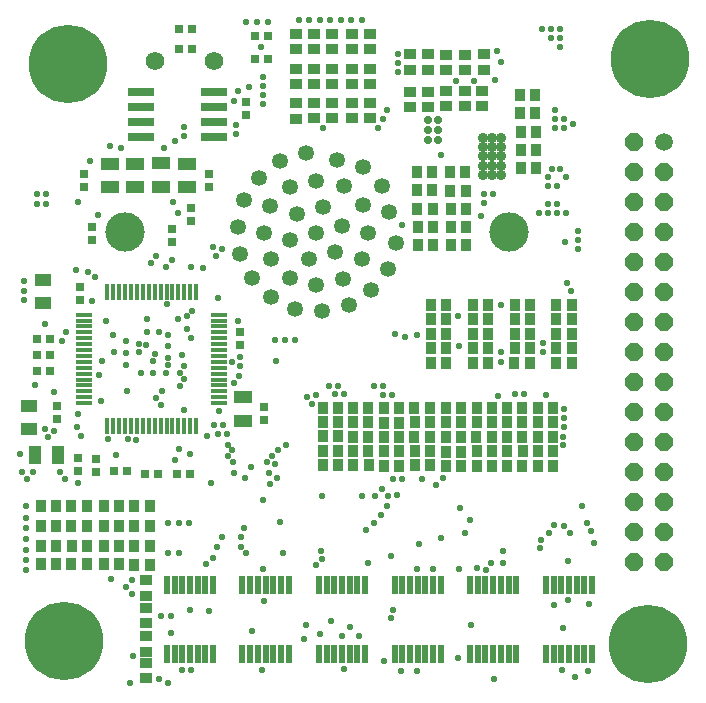
<source format=gbs>
G75*
%MOIN*%
%OFA0B0*%
%FSLAX25Y25*%
%IPPOS*%
%LPD*%
%AMOC8*
5,1,8,0,0,1.08239X$1,22.5*
%
%ADD10R,0.03256X0.04043*%
%ADD11R,0.04043X0.03256*%
%ADD12R,0.04437X0.06012*%
%ADD13R,0.06012X0.04437*%
%ADD14R,0.03059X0.02665*%
%ADD15R,0.02665X0.03059*%
%ADD16R,0.05224X0.04437*%
%ADD17C,0.06209*%
%ADD18R,0.01900X0.06300*%
%ADD19R,0.01681X0.05224*%
%ADD20R,0.05224X0.01681*%
%ADD21R,0.08500X0.03100*%
%ADD22C,0.03500*%
%ADD23C,0.05300*%
%ADD24C,0.13098*%
%ADD25C,0.05900*%
%ADD26OC8,0.05900*%
%ADD27C,0.02300*%
%ADD28C,0.02800*%
%ADD29C,0.26153*%
D10*
X0037513Y0052605D03*
X0042631Y0052605D03*
X0047714Y0052717D03*
X0052832Y0052717D03*
X0058453Y0052680D03*
X0063571Y0052680D03*
X0068657Y0052490D03*
X0073775Y0052490D03*
X0073847Y0058571D03*
X0068729Y0058571D03*
X0063639Y0058750D03*
X0058521Y0058750D03*
X0052911Y0058771D03*
X0047793Y0058771D03*
X0042643Y0058699D03*
X0037525Y0058699D03*
X0037510Y0065331D03*
X0042629Y0065331D03*
X0047688Y0065348D03*
X0052806Y0065348D03*
X0058423Y0065352D03*
X0063541Y0065352D03*
X0068737Y0065273D03*
X0073855Y0065273D03*
X0073837Y0071939D03*
X0068719Y0071939D03*
X0063587Y0071985D03*
X0058469Y0071985D03*
X0052857Y0071984D03*
X0047739Y0071984D03*
X0042626Y0071971D03*
X0037508Y0071971D03*
X0131544Y0085547D03*
X0131565Y0090395D03*
X0131571Y0095198D03*
X0131602Y0099966D03*
X0131615Y0104745D03*
X0136733Y0104745D03*
X0136720Y0099966D03*
X0136689Y0095198D03*
X0136683Y0090395D03*
X0136662Y0085547D03*
X0141675Y0085605D03*
X0141597Y0090344D03*
X0146715Y0090344D03*
X0146793Y0085605D03*
X0151866Y0085483D03*
X0151877Y0090249D03*
X0151858Y0095055D03*
X0151879Y0099819D03*
X0151865Y0104665D03*
X0156983Y0104665D03*
X0156997Y0099819D03*
X0156976Y0095055D03*
X0156996Y0090249D03*
X0156984Y0085483D03*
X0162109Y0085546D03*
X0162137Y0090304D03*
X0162080Y0095105D03*
X0162089Y0099887D03*
X0162081Y0104715D03*
X0167199Y0104715D03*
X0167207Y0099887D03*
X0167198Y0095105D03*
X0167255Y0090304D03*
X0167227Y0085546D03*
X0172581Y0085245D03*
X0172593Y0090170D03*
X0172472Y0095101D03*
X0172510Y0099905D03*
X0172491Y0104747D03*
X0177610Y0104747D03*
X0177628Y0099905D03*
X0177590Y0095101D03*
X0177711Y0090170D03*
X0177699Y0085245D03*
X0182779Y0085308D03*
X0182814Y0090223D03*
X0182742Y0095123D03*
X0182782Y0099943D03*
X0182797Y0104819D03*
X0187915Y0104819D03*
X0187900Y0099943D03*
X0187860Y0095123D03*
X0187932Y0090223D03*
X0187897Y0085308D03*
X0192938Y0085286D03*
X0192994Y0090202D03*
X0192946Y0095111D03*
X0192949Y0099933D03*
X0192934Y0104815D03*
X0198052Y0104815D03*
X0198067Y0099933D03*
X0198064Y0095111D03*
X0198112Y0090202D03*
X0198057Y0085286D03*
X0203159Y0085294D03*
X0203153Y0090298D03*
X0203107Y0095134D03*
X0203131Y0099942D03*
X0203140Y0104831D03*
X0208259Y0104831D03*
X0208250Y0099942D03*
X0208225Y0095134D03*
X0208271Y0090298D03*
X0208277Y0085294D03*
X0209315Y0119775D03*
X0209405Y0124623D03*
X0209418Y0129443D03*
X0209361Y0134270D03*
X0209372Y0139005D03*
X0214490Y0139005D03*
X0214479Y0134270D03*
X0214536Y0129443D03*
X0214523Y0124623D03*
X0214433Y0119775D03*
X0200516Y0119778D03*
X0200575Y0124616D03*
X0200590Y0129448D03*
X0200563Y0134247D03*
X0200553Y0139006D03*
X0195435Y0139006D03*
X0195445Y0134247D03*
X0195472Y0129448D03*
X0195456Y0124616D03*
X0195398Y0119778D03*
X0186581Y0119785D03*
X0186608Y0124632D03*
X0186617Y0129441D03*
X0186618Y0134247D03*
X0186616Y0139006D03*
X0181498Y0139006D03*
X0181500Y0134247D03*
X0181499Y0129441D03*
X0181489Y0124632D03*
X0181463Y0119785D03*
X0172611Y0119834D03*
X0172601Y0124634D03*
X0172610Y0129460D03*
X0172613Y0134271D03*
X0172617Y0138988D03*
X0167499Y0138988D03*
X0167495Y0134271D03*
X0167492Y0129460D03*
X0167482Y0124634D03*
X0167493Y0119834D03*
X0146707Y0104700D03*
X0141589Y0104700D03*
X0141607Y0099940D03*
X0146725Y0099940D03*
X0146710Y0095168D03*
X0141592Y0095168D03*
X0163122Y0159113D03*
X0168241Y0159113D03*
X0174219Y0159024D03*
X0179337Y0159024D03*
X0179345Y0164956D03*
X0174226Y0164956D03*
X0168229Y0165130D03*
X0163111Y0165130D03*
X0163048Y0171191D03*
X0168166Y0171191D03*
X0174164Y0171016D03*
X0179282Y0171016D03*
X0179096Y0177096D03*
X0173978Y0177096D03*
X0167989Y0177254D03*
X0162871Y0177254D03*
X0162776Y0183285D03*
X0167894Y0183285D03*
X0173869Y0183199D03*
X0178987Y0183199D03*
X0197520Y0184850D03*
X0202638Y0184850D03*
X0202626Y0190808D03*
X0197508Y0190808D03*
X0197424Y0196853D03*
X0202542Y0196853D03*
X0202354Y0202919D03*
X0197236Y0202919D03*
X0197146Y0208982D03*
X0202265Y0208982D03*
D11*
X0184743Y0210400D03*
X0184743Y0205282D03*
X0178773Y0205267D03*
X0178773Y0210385D03*
X0172725Y0210333D03*
X0172725Y0205215D03*
X0166675Y0205069D03*
X0166675Y0210188D03*
X0160616Y0210082D03*
X0160616Y0204964D03*
X0160477Y0217438D03*
X0160477Y0222556D03*
X0166523Y0222551D03*
X0166523Y0217433D03*
X0172679Y0217376D03*
X0172679Y0222494D03*
X0179016Y0222394D03*
X0179016Y0217276D03*
X0185094Y0217420D03*
X0185094Y0222538D03*
X0147239Y0224352D03*
X0147239Y0229470D03*
X0141191Y0229468D03*
X0141191Y0224350D03*
X0134710Y0224394D03*
X0134710Y0229512D03*
X0128625Y0229514D03*
X0128625Y0224396D03*
X0122551Y0224401D03*
X0122551Y0229519D03*
X0122552Y0217813D03*
X0122552Y0212695D03*
X0122719Y0206281D03*
X0122719Y0201163D03*
X0128630Y0201280D03*
X0128630Y0206398D03*
X0134679Y0206435D03*
X0134679Y0201317D03*
X0141172Y0201340D03*
X0141172Y0206459D03*
X0141165Y0212617D03*
X0141165Y0217735D03*
X0134688Y0217773D03*
X0134688Y0212655D03*
X0128597Y0212675D03*
X0128597Y0217793D03*
X0147240Y0217738D03*
X0147240Y0212620D03*
X0147282Y0206510D03*
X0147282Y0201392D03*
X0072538Y0047217D03*
X0072538Y0042099D03*
X0072455Y0038183D03*
X0072455Y0033065D03*
X0072458Y0028643D03*
X0072458Y0023525D03*
X0072489Y0019670D03*
X0072489Y0014552D03*
D12*
X0043352Y0088876D03*
X0035478Y0088876D03*
D13*
X0104857Y0100370D03*
X0104857Y0108244D03*
X0086141Y0178289D03*
X0086141Y0186164D03*
X0077549Y0186197D03*
X0077549Y0178323D03*
X0068887Y0178260D03*
X0068887Y0186134D03*
X0060620Y0186100D03*
X0060620Y0178226D03*
D14*
X0051812Y0178212D03*
X0051812Y0182543D03*
X0054568Y0164934D03*
X0054568Y0160603D03*
X0050542Y0145073D03*
X0050542Y0140742D03*
X0081390Y0159995D03*
X0081390Y0164326D03*
X0087559Y0167137D03*
X0087559Y0171467D03*
X0093513Y0178277D03*
X0093513Y0182608D03*
X0105788Y0202481D03*
X0105788Y0206811D03*
X0104060Y0129899D03*
X0104060Y0125569D03*
X0111947Y0105072D03*
X0111947Y0100742D03*
X0055838Y0087833D03*
X0055838Y0083502D03*
X0049869Y0083657D03*
X0049869Y0087987D03*
X0043012Y0101017D03*
X0043012Y0105347D03*
D15*
X0040655Y0117134D03*
X0036324Y0117134D03*
X0036332Y0122302D03*
X0040663Y0122302D03*
X0040676Y0127599D03*
X0036345Y0127599D03*
X0062026Y0083582D03*
X0066357Y0083582D03*
X0072093Y0082768D03*
X0076424Y0082768D03*
X0083059Y0082785D03*
X0087389Y0082785D03*
X0108988Y0221192D03*
X0113319Y0221192D03*
X0113351Y0228753D03*
X0109020Y0228753D03*
X0088058Y0230950D03*
X0083727Y0230950D03*
X0083721Y0224441D03*
X0088052Y0224441D03*
D16*
X0038376Y0147212D03*
X0038376Y0139732D03*
X0033584Y0105298D03*
X0033584Y0097817D03*
D17*
X0075501Y0220520D03*
X0095186Y0220520D03*
D18*
X0094927Y0045819D03*
X0092327Y0045819D03*
X0089827Y0045819D03*
X0087227Y0045819D03*
X0084627Y0045819D03*
X0082127Y0045819D03*
X0079527Y0045819D03*
X0079527Y0022819D03*
X0082127Y0022819D03*
X0084627Y0022819D03*
X0087227Y0022819D03*
X0089827Y0022819D03*
X0092327Y0022819D03*
X0094927Y0022819D03*
X0104748Y0022810D03*
X0107348Y0022810D03*
X0109848Y0022810D03*
X0112448Y0022810D03*
X0115048Y0022810D03*
X0117548Y0022810D03*
X0120148Y0022810D03*
X0130247Y0022786D03*
X0132847Y0022786D03*
X0135347Y0022786D03*
X0137947Y0022786D03*
X0140547Y0022786D03*
X0143047Y0022786D03*
X0145647Y0022786D03*
X0155420Y0022809D03*
X0158020Y0022809D03*
X0160520Y0022809D03*
X0163120Y0022809D03*
X0165720Y0022809D03*
X0168220Y0022809D03*
X0170820Y0022809D03*
X0180648Y0022775D03*
X0183248Y0022775D03*
X0185748Y0022775D03*
X0188348Y0022775D03*
X0190948Y0022775D03*
X0193448Y0022775D03*
X0196048Y0022775D03*
X0205855Y0022812D03*
X0208455Y0022812D03*
X0210955Y0022812D03*
X0213555Y0022812D03*
X0216155Y0022812D03*
X0218655Y0022812D03*
X0221255Y0022812D03*
X0221255Y0045812D03*
X0218655Y0045812D03*
X0216155Y0045812D03*
X0213555Y0045812D03*
X0210955Y0045812D03*
X0208455Y0045812D03*
X0205855Y0045812D03*
X0196048Y0045775D03*
X0193448Y0045775D03*
X0190948Y0045775D03*
X0188348Y0045775D03*
X0185748Y0045775D03*
X0183248Y0045775D03*
X0180648Y0045775D03*
X0170820Y0045809D03*
X0168220Y0045809D03*
X0165720Y0045809D03*
X0163120Y0045809D03*
X0160520Y0045809D03*
X0158020Y0045809D03*
X0155420Y0045809D03*
X0145647Y0045786D03*
X0143047Y0045786D03*
X0140547Y0045786D03*
X0137947Y0045786D03*
X0135347Y0045786D03*
X0132847Y0045786D03*
X0130247Y0045786D03*
X0120148Y0045810D03*
X0117548Y0045810D03*
X0115048Y0045810D03*
X0112448Y0045810D03*
X0109848Y0045810D03*
X0107348Y0045810D03*
X0104748Y0045810D03*
D19*
X0089270Y0098619D03*
X0087301Y0098619D03*
X0085333Y0098619D03*
X0083364Y0098619D03*
X0081396Y0098619D03*
X0079427Y0098619D03*
X0077459Y0098619D03*
X0075490Y0098619D03*
X0073522Y0098619D03*
X0071553Y0098619D03*
X0069585Y0098619D03*
X0067616Y0098619D03*
X0065648Y0098619D03*
X0063679Y0098619D03*
X0061711Y0098619D03*
X0059742Y0098619D03*
X0059742Y0143501D03*
X0061711Y0143501D03*
X0063679Y0143501D03*
X0065648Y0143501D03*
X0067616Y0143501D03*
X0069585Y0143501D03*
X0071553Y0143501D03*
X0073522Y0143501D03*
X0075490Y0143501D03*
X0077459Y0143501D03*
X0079427Y0143501D03*
X0081396Y0143501D03*
X0083364Y0143501D03*
X0085333Y0143501D03*
X0087301Y0143501D03*
X0089270Y0143501D03*
D20*
X0096947Y0135824D03*
X0096947Y0133855D03*
X0096947Y0131887D03*
X0096947Y0129918D03*
X0096947Y0127950D03*
X0096947Y0125981D03*
X0096947Y0124013D03*
X0096947Y0122044D03*
X0096947Y0120076D03*
X0096947Y0118107D03*
X0096947Y0116138D03*
X0096947Y0114170D03*
X0096947Y0112201D03*
X0096947Y0110233D03*
X0096947Y0108264D03*
X0096947Y0106296D03*
X0052065Y0106296D03*
X0052065Y0108264D03*
X0052065Y0110233D03*
X0052065Y0112201D03*
X0052065Y0114170D03*
X0052065Y0116138D03*
X0052065Y0118107D03*
X0052065Y0120076D03*
X0052065Y0122044D03*
X0052065Y0124013D03*
X0052065Y0125981D03*
X0052065Y0127950D03*
X0052065Y0129918D03*
X0052065Y0131887D03*
X0052065Y0133855D03*
X0052065Y0135824D03*
D21*
X0070997Y0194909D03*
X0070997Y0199909D03*
X0070997Y0204909D03*
X0070997Y0209909D03*
X0095197Y0209909D03*
X0095197Y0204909D03*
X0095197Y0199909D03*
X0095197Y0194909D03*
D22*
X0184817Y0194822D03*
X0187917Y0194822D03*
X0191017Y0194822D03*
X0191017Y0191722D03*
X0191017Y0188622D03*
X0191017Y0185522D03*
X0191017Y0182422D03*
X0187917Y0182422D03*
X0187917Y0185522D03*
X0187917Y0188622D03*
X0187917Y0191722D03*
X0184817Y0191722D03*
X0184817Y0188622D03*
X0184817Y0185522D03*
X0184817Y0182422D03*
D23*
X0155853Y0159791D03*
X0153236Y0151094D03*
X0147721Y0143881D03*
X0140155Y0139002D03*
X0131387Y0136881D03*
X0129336Y0145720D03*
X0127003Y0154417D03*
X0120639Y0148053D03*
X0114275Y0141689D03*
X0107911Y0148053D03*
X0114275Y0154417D03*
X0120639Y0160781D03*
X0129336Y0163115D03*
X0122972Y0169479D03*
X0120427Y0178247D03*
X0114063Y0171883D03*
X0111941Y0163115D03*
X0103102Y0165165D03*
X0104022Y0156185D03*
X0105224Y0173933D03*
X0110103Y0181500D03*
X0117315Y0187015D03*
X0126013Y0189631D03*
X0129336Y0180510D03*
X0131670Y0171812D03*
X0138599Y0178742D03*
X0144963Y0185106D03*
X0151327Y0178742D03*
X0144963Y0172378D03*
X0153661Y0170044D03*
X0146731Y0163115D03*
X0138033Y0165448D03*
X0135700Y0156751D03*
X0138104Y0147841D03*
X0144468Y0154205D03*
X0122406Y0137800D03*
X0136266Y0187439D03*
D24*
X0193612Y0163398D03*
X0065626Y0163398D03*
D25*
X0245377Y0193489D03*
D26*
X0245377Y0183489D03*
X0245377Y0173489D03*
X0245377Y0163489D03*
X0245377Y0153489D03*
X0245377Y0143489D03*
X0245377Y0133489D03*
X0245377Y0123489D03*
X0245377Y0113489D03*
X0245377Y0103489D03*
X0245377Y0093489D03*
X0245377Y0083489D03*
X0245377Y0073489D03*
X0245377Y0063489D03*
X0245377Y0053489D03*
X0235377Y0053489D03*
X0235377Y0063489D03*
X0235377Y0073489D03*
X0235377Y0083489D03*
X0235377Y0093489D03*
X0235377Y0103489D03*
X0235377Y0113489D03*
X0235377Y0123489D03*
X0235377Y0133489D03*
X0235377Y0143489D03*
X0235377Y0153489D03*
X0235377Y0163489D03*
X0235377Y0173489D03*
X0235377Y0183489D03*
X0235377Y0193489D03*
D27*
X0214977Y0199389D03*
X0211977Y0197889D03*
X0208977Y0197889D03*
X0208977Y0200889D03*
X0211977Y0200889D03*
X0208977Y0203889D03*
X0207877Y0184289D03*
X0210577Y0184289D03*
X0212477Y0181689D03*
X0209477Y0178689D03*
X0206477Y0178689D03*
X0206477Y0181689D03*
X0206477Y0172689D03*
X0206477Y0169689D03*
X0203477Y0169689D03*
X0209477Y0169689D03*
X0209477Y0172689D03*
X0212477Y0169689D03*
X0216677Y0163689D03*
X0216677Y0160689D03*
X0216677Y0157689D03*
X0212177Y0160089D03*
X0212877Y0146289D03*
X0214377Y0143789D03*
X0204977Y0126389D03*
X0204977Y0123389D03*
X0190977Y0123289D03*
X0190977Y0119889D03*
X0189981Y0108777D03*
X0195703Y0109283D03*
X0198588Y0109227D03*
X0205969Y0109181D03*
X0211877Y0104289D03*
X0211877Y0101289D03*
X0211877Y0098289D03*
X0211677Y0095189D03*
X0211677Y0092389D03*
X0217964Y0071989D03*
X0219677Y0066489D03*
X0220877Y0063789D03*
X0222077Y0059589D03*
X0213977Y0063189D03*
X0211877Y0065289D03*
X0208601Y0065554D03*
X0206801Y0063154D03*
X0204377Y0060689D03*
X0203794Y0058000D03*
X0213377Y0053589D03*
X0213377Y0040689D03*
X0208477Y0038889D03*
X0211458Y0031442D03*
X0220277Y0039489D03*
X0219977Y0016989D03*
X0215477Y0014889D03*
X0211277Y0017289D03*
X0188477Y0014289D03*
X0176625Y0021342D03*
X0180977Y0032289D03*
X0185777Y0050589D03*
X0187477Y0052889D03*
X0191477Y0052889D03*
X0191477Y0057189D03*
X0182777Y0051489D03*
X0177077Y0051189D03*
X0168377Y0051189D03*
X0162977Y0050889D03*
X0163577Y0059289D03*
X0170820Y0061432D03*
X0178877Y0062889D03*
X0180656Y0067273D03*
X0177177Y0071489D03*
X0169277Y0079089D03*
X0171677Y0081489D03*
X0164477Y0080889D03*
X0157877Y0080889D03*
X0154877Y0080889D03*
X0151277Y0077589D03*
X0153377Y0075489D03*
X0156377Y0075789D03*
X0152777Y0072189D03*
X0150977Y0069189D03*
X0148577Y0066489D03*
X0145996Y0063926D03*
X0154377Y0055289D03*
X0146477Y0052989D03*
X0131177Y0054489D03*
X0130877Y0057189D03*
X0129377Y0052389D03*
X0118277Y0056289D03*
X0111677Y0050889D03*
X0105917Y0056255D03*
X0104177Y0058389D03*
X0104177Y0061689D03*
X0105377Y0064689D03*
X0097877Y0061689D03*
X0096377Y0058389D03*
X0094927Y0054839D03*
X0092617Y0052554D03*
X0083477Y0056289D03*
X0079877Y0056289D03*
X0079877Y0066489D03*
X0083477Y0066489D03*
X0087077Y0066489D03*
X0094277Y0079689D03*
X0102049Y0083154D03*
X0101451Y0086779D03*
X0099776Y0088578D03*
X0101347Y0090594D03*
X0099753Y0092456D03*
X0099677Y0096189D03*
X0098177Y0098889D03*
X0095177Y0098889D03*
X0096677Y0096189D03*
X0092977Y0095389D03*
X0087293Y0089240D03*
X0083477Y0091089D03*
X0082414Y0087455D03*
X0069377Y0094089D03*
X0066477Y0094389D03*
X0062677Y0089189D03*
X0059777Y0094389D03*
X0051077Y0095289D03*
X0049577Y0098289D03*
X0049877Y0102789D03*
X0057478Y0106973D03*
X0057049Y0115842D03*
X0058022Y0120410D03*
X0062016Y0123242D03*
X0065990Y0123102D03*
X0066011Y0127168D03*
X0070112Y0125927D03*
X0070150Y0123482D03*
X0072682Y0125833D03*
X0072876Y0130076D03*
X0077025Y0130083D03*
X0079809Y0129150D03*
X0079767Y0125202D03*
X0079770Y0121429D03*
X0079775Y0119112D03*
X0079107Y0116451D03*
X0074838Y0116251D03*
X0070944Y0116334D03*
X0074873Y0120265D03*
X0075612Y0122557D03*
X0065985Y0119137D03*
X0066186Y0110385D03*
X0075808Y0108150D03*
X0077428Y0105780D03*
X0077944Y0110313D03*
X0084066Y0111884D03*
X0085406Y0114337D03*
X0084071Y0116426D03*
X0085370Y0118824D03*
X0084731Y0122195D03*
X0087582Y0128051D03*
X0086158Y0131169D03*
X0086267Y0135239D03*
X0088078Y0136883D03*
X0083375Y0134326D03*
X0079438Y0139450D03*
X0072863Y0134491D03*
X0061607Y0129160D03*
X0059240Y0133557D03*
X0054677Y0140289D03*
X0055456Y0148423D03*
X0053240Y0150099D03*
X0049277Y0150789D03*
X0031877Y0147189D03*
X0031877Y0143589D03*
X0031877Y0140589D03*
X0038777Y0132789D03*
X0044477Y0127089D03*
X0045957Y0130064D03*
X0035664Y0112291D03*
X0042077Y0109989D03*
X0038777Y0097689D03*
X0039977Y0094989D03*
X0042077Y0097089D03*
X0030677Y0089289D03*
X0031277Y0083289D03*
X0033077Y0080889D03*
X0034877Y0083289D03*
X0043877Y0083289D03*
X0045677Y0080889D03*
X0049877Y0079689D03*
X0032477Y0071889D03*
X0032477Y0068189D03*
X0032477Y0064689D03*
X0032477Y0061089D03*
X0032477Y0057489D03*
X0032477Y0053889D03*
X0032477Y0050589D03*
X0060977Y0047589D03*
X0065777Y0045189D03*
X0067877Y0047289D03*
X0067877Y0042789D03*
X0077477Y0035289D03*
X0081077Y0035289D03*
X0080797Y0029636D03*
X0087210Y0037432D03*
X0093677Y0037089D03*
X0107797Y0030290D03*
X0111869Y0040458D03*
X0125181Y0027842D03*
X0126077Y0032289D03*
X0130647Y0029327D03*
X0134177Y0033789D03*
X0138077Y0028689D03*
X0140477Y0031689D03*
X0143477Y0028689D03*
X0151877Y0020289D03*
X0157577Y0016989D03*
X0162977Y0016989D03*
X0154277Y0034689D03*
X0154877Y0037389D03*
X0138677Y0017589D03*
X0111377Y0017289D03*
X0087677Y0017289D03*
X0084677Y0017289D03*
X0079877Y0013089D03*
X0076877Y0014289D03*
X0068177Y0022089D03*
X0067277Y0013089D03*
X0117143Y0066736D03*
X0111677Y0073989D03*
X0113777Y0079389D03*
X0116179Y0081204D03*
X0113694Y0083144D03*
X0115572Y0086160D03*
X0114728Y0088607D03*
X0113012Y0086743D03*
X0116500Y0090611D03*
X0119235Y0092447D03*
X0107506Y0084972D03*
X0105742Y0081236D03*
X0096937Y0103714D03*
X0101777Y0112989D03*
X0103577Y0115389D03*
X0103877Y0118689D03*
X0103877Y0121689D03*
X0101177Y0120189D03*
X0103277Y0133689D03*
X0096677Y0141489D03*
X0091744Y0151265D03*
X0087677Y0151689D03*
X0081405Y0154068D03*
X0079277Y0151689D03*
X0075898Y0155293D03*
X0074376Y0153086D03*
X0083177Y0169689D03*
X0081677Y0173289D03*
X0094877Y0158289D03*
X0097877Y0157689D03*
X0096077Y0155289D03*
X0115477Y0127489D03*
X0118877Y0127489D03*
X0122277Y0127489D03*
X0116077Y0120289D03*
X0126177Y0108289D03*
X0127977Y0105889D03*
X0129177Y0108889D03*
X0133477Y0111889D03*
X0135477Y0109389D03*
X0136477Y0111889D03*
X0138477Y0109389D03*
X0148477Y0111889D03*
X0151477Y0111889D03*
X0151477Y0108889D03*
X0154477Y0108889D03*
X0158834Y0128251D03*
X0155666Y0129464D03*
X0162977Y0128889D03*
X0176977Y0125389D03*
X0176477Y0135389D03*
X0190977Y0138889D03*
X0184277Y0168789D03*
X0185377Y0172889D03*
X0185377Y0176189D03*
X0188377Y0176189D03*
X0171077Y0189189D03*
X0153077Y0204189D03*
X0151577Y0200889D03*
X0150077Y0197889D03*
X0131477Y0197889D03*
X0111477Y0205889D03*
X0111477Y0208889D03*
X0111477Y0211889D03*
X0111477Y0214889D03*
X0106877Y0211689D03*
X0103277Y0210489D03*
X0102077Y0206889D03*
X0102477Y0198889D03*
X0102477Y0195889D03*
X0085277Y0195489D03*
X0085277Y0198489D03*
X0082277Y0193689D03*
X0078677Y0191289D03*
X0064277Y0191289D03*
X0060677Y0191889D03*
X0054077Y0187089D03*
X0039377Y0175989D03*
X0039377Y0172689D03*
X0036377Y0172689D03*
X0036377Y0175989D03*
X0049877Y0173289D03*
X0056477Y0169089D03*
X0111077Y0224989D03*
X0109677Y0233289D03*
X0105977Y0233289D03*
X0113277Y0233289D03*
X0123477Y0233889D03*
X0126977Y0233889D03*
X0130477Y0233889D03*
X0133977Y0233889D03*
X0137477Y0233889D03*
X0140977Y0233889D03*
X0144477Y0233889D03*
X0156677Y0222789D03*
X0156677Y0219789D03*
X0156677Y0216789D03*
X0175877Y0213789D03*
X0181877Y0213789D03*
X0189077Y0214089D03*
X0190877Y0220089D03*
X0189677Y0223689D03*
X0204477Y0230889D03*
X0207477Y0230889D03*
X0207477Y0227889D03*
X0210477Y0227889D03*
X0210477Y0224889D03*
X0210477Y0230889D03*
X0157877Y0165789D03*
X0085223Y0104039D03*
X0131177Y0075489D03*
X0144477Y0075389D03*
X0148877Y0075489D03*
D28*
X0166577Y0193989D03*
X0169877Y0193989D03*
X0169877Y0197289D03*
X0166577Y0197289D03*
X0166577Y0200589D03*
X0169877Y0200589D03*
D29*
X0045377Y0026889D03*
X0046577Y0219489D03*
X0240677Y0220989D03*
X0240077Y0025989D03*
M02*

</source>
